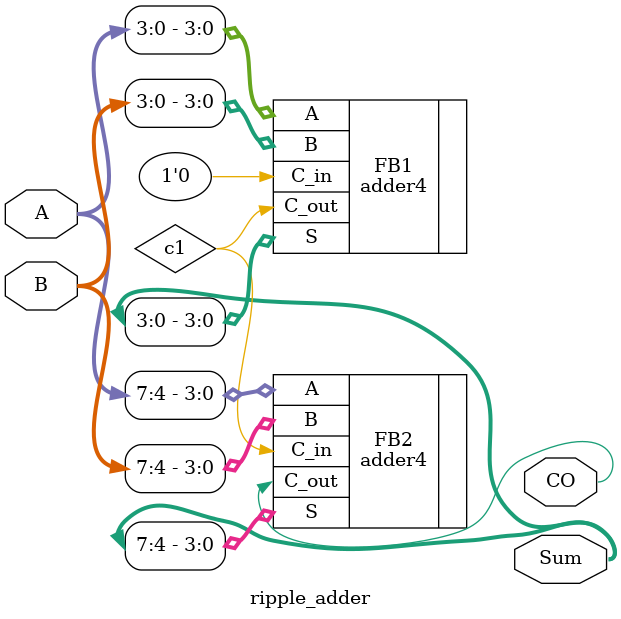
<source format=sv>
module ripple_adder
(
	input   logic[7:0]     A,
	input   logic[7:0]     B,
	output  logic[7:0]     Sum,
	output  logic           CO
);

	// Internal carry bits in the 8-bit adder
	logic c1;

	// Four 4-bit adders
	adder4 FB1 (.A (A[3:0]), .B (B[3:0]), .C_in (1'b0), .S (Sum[3:0]), .C_out (c1));
	adder4 FB2 (.A (A[7:4]), .B (B[7:4]), .C_in (c1), .S (Sum[7:4]), .C_out (CO));

     
endmodule

</source>
